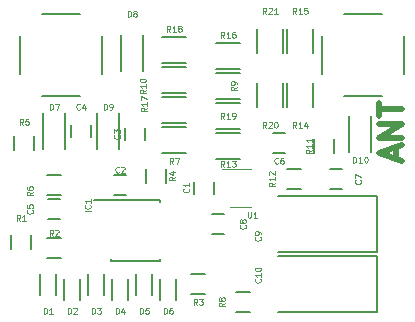
<source format=gto>
G04 #@! TF.GenerationSoftware,KiCad,Pcbnew,5.1.5+dfsg1-2*
G04 #@! TF.CreationDate,2020-03-14T19:30:30+01:00*
G04 #@! TF.ProjectId,BlinkySWR-0.2-S,426c696e-6b79-4535-9752-2d302e322d53,rev?*
G04 #@! TF.SameCoordinates,Original*
G04 #@! TF.FileFunction,Legend,Top*
G04 #@! TF.FilePolarity,Positive*
%FSLAX46Y46*%
G04 Gerber Fmt 4.6, Leading zero omitted, Abs format (unit mm)*
G04 Created by KiCad (PCBNEW 5.1.5+dfsg1-2) date 2020-03-14 19:30:30*
%MOMM*%
%LPD*%
G04 APERTURE LIST*
%ADD10C,0.500000*%
%ADD11C,0.150000*%
%ADD12C,0.120000*%
%ADD13C,0.100000*%
G04 APERTURE END LIST*
D10*
X39833333Y2214285D02*
X39833333Y3166666D01*
X40404761Y2023809D02*
X38404761Y2690476D01*
X40404761Y3357142D01*
X40404761Y4023809D02*
X38404761Y4023809D01*
X40404761Y5166666D01*
X38404761Y5166666D01*
X38404761Y5833333D02*
X38404761Y6976190D01*
X40404761Y6404761D02*
X38404761Y6404761D01*
D11*
X28135000Y11192000D02*
X28135000Y13192000D01*
X30285000Y13192000D02*
X30285000Y11192000D01*
X30285000Y8620000D02*
X30285000Y6620000D01*
X28135000Y6620000D02*
X28135000Y8620000D01*
X24654000Y6917000D02*
X26654000Y6917000D01*
X26654000Y4767000D02*
X24654000Y4767000D01*
X22082000Y10355000D02*
X20082000Y10355000D01*
X20082000Y12505000D02*
X22082000Y12505000D01*
X22082000Y5275000D02*
X20082000Y5275000D01*
X20082000Y7425000D02*
X22082000Y7425000D01*
X24654000Y11997000D02*
X26654000Y11997000D01*
X26654000Y9847000D02*
X24654000Y9847000D01*
X15705000Y-1299000D02*
X14305000Y-1299000D01*
X15705000Y-6399000D02*
X19855000Y-6399000D01*
X15705000Y-1249000D02*
X19855000Y-1249000D01*
X15705000Y-6399000D02*
X15705000Y-6254000D01*
X19855000Y-6399000D02*
X19855000Y-6254000D01*
X19855000Y-1249000D02*
X19855000Y-1394000D01*
X15705000Y-1249000D02*
X15705000Y-1299000D01*
X38278000Y-10782000D02*
X38278000Y-5982000D01*
X38278000Y-5982000D02*
X29878000Y-5982000D01*
X38278000Y-10782000D02*
X29878000Y-10782000D01*
X38278000Y-5702000D02*
X38278000Y-902000D01*
X38278000Y-902000D02*
X29878000Y-902000D01*
X38278000Y-5702000D02*
X29878000Y-5702000D01*
X35484000Y14500000D02*
X38684000Y14500000D01*
X40584000Y12600000D02*
X40584000Y9400000D01*
X38684000Y7500000D02*
X35484000Y7500000D01*
X33584000Y12600000D02*
X33584000Y9400000D01*
X13100000Y7500000D02*
X9900000Y7500000D01*
X8000000Y9400000D02*
X8000000Y12600000D01*
X9900000Y14500000D02*
X13100000Y14500000D01*
X15000000Y9400000D02*
X15000000Y12600000D01*
X25278000Y-2452000D02*
X24278000Y-2452000D01*
X24278000Y-4152000D02*
X25278000Y-4152000D01*
X32825000Y13192000D02*
X32825000Y11192000D01*
X30675000Y11192000D02*
X30675000Y13192000D01*
X30675000Y6620000D02*
X30675000Y8620000D01*
X32825000Y8620000D02*
X32825000Y6620000D01*
X26654000Y2227000D02*
X24654000Y2227000D01*
X24654000Y4377000D02*
X26654000Y4377000D01*
X22082000Y7815000D02*
X20082000Y7815000D01*
X20082000Y9965000D02*
X22082000Y9965000D01*
X24654000Y9457000D02*
X26654000Y9457000D01*
X26654000Y7307000D02*
X24654000Y7307000D01*
X20082000Y4885000D02*
X22082000Y4885000D01*
X22082000Y2735000D02*
X20082000Y2735000D01*
X19870000Y-9750000D02*
X19870000Y-7950000D01*
X21270000Y-9750000D02*
X21270000Y-7950000D01*
X19238000Y-7550000D02*
X19238000Y-9350000D01*
X17838000Y-7550000D02*
X17838000Y-9350000D01*
X15806000Y-9750000D02*
X15806000Y-7950000D01*
X17206000Y-9750000D02*
X17206000Y-7950000D01*
X15174000Y-7550000D02*
X15174000Y-9350000D01*
X13774000Y-7550000D02*
X13774000Y-9350000D01*
X11742000Y-9750000D02*
X11742000Y-7950000D01*
X13142000Y-9750000D02*
X13142000Y-7950000D01*
X11110000Y-7550000D02*
X11110000Y-9350000D01*
X9710000Y-7550000D02*
X9710000Y-9350000D01*
D12*
X27574000Y1370000D02*
X25124000Y1370000D01*
X25774000Y-1850000D02*
X27574000Y-1850000D01*
D11*
X31842000Y-367000D02*
X30642000Y-367000D01*
X30642000Y1383000D02*
X31842000Y1383000D01*
X34657000Y3902000D02*
X34657000Y2702000D01*
X32907000Y2702000D02*
X32907000Y3902000D01*
X26324000Y-9031000D02*
X27524000Y-9031000D01*
X27524000Y-10781000D02*
X26324000Y-10781000D01*
X10322000Y875000D02*
X11522000Y875000D01*
X11522000Y-875000D02*
X10322000Y-875000D01*
X9257000Y4156000D02*
X9257000Y2956000D01*
X7507000Y2956000D02*
X7507000Y4156000D01*
X18683000Y162000D02*
X18683000Y1362000D01*
X20433000Y1362000D02*
X20433000Y162000D01*
X23714000Y-9257000D02*
X22514000Y-9257000D01*
X22514000Y-7507000D02*
X23714000Y-7507000D01*
X11522000Y-6209000D02*
X10322000Y-6209000D01*
X10322000Y-4459000D02*
X11522000Y-4459000D01*
X9003000Y-4226000D02*
X9003000Y-5426000D01*
X7253000Y-5426000D02*
X7253000Y-4226000D01*
X35930000Y2826000D02*
X35930000Y5826000D01*
X37730000Y2826000D02*
X37730000Y5826000D01*
X16394000Y6064000D02*
X16394000Y3064000D01*
X14594000Y6064000D02*
X14594000Y3064000D01*
X16626000Y9684000D02*
X16626000Y12684000D01*
X18426000Y9684000D02*
X18426000Y12684000D01*
X10022000Y6064000D02*
X10022000Y3064000D01*
X11822000Y6064000D02*
X11822000Y3064000D01*
X35298000Y1358000D02*
X34298000Y1358000D01*
X34298000Y-342000D02*
X35298000Y-342000D01*
X30472000Y4406000D02*
X29472000Y4406000D01*
X29472000Y2706000D02*
X30472000Y2706000D01*
X11422000Y-1182000D02*
X10422000Y-1182000D01*
X10422000Y-2882000D02*
X11422000Y-2882000D01*
X14058000Y4072000D02*
X14058000Y5072000D01*
X12358000Y5072000D02*
X12358000Y4072000D01*
X18630000Y3818000D02*
X18630000Y4818000D01*
X16930000Y4818000D02*
X16930000Y3818000D01*
X16010000Y-850000D02*
X17010000Y-850000D01*
X17010000Y850000D02*
X16010000Y850000D01*
X22776000Y260000D02*
X22776000Y-740000D01*
X24476000Y-740000D02*
X24476000Y260000D01*
D13*
X28888571Y14505809D02*
X28721904Y14743904D01*
X28602857Y14505809D02*
X28602857Y15005809D01*
X28793333Y15005809D01*
X28840952Y14982000D01*
X28864761Y14958190D01*
X28888571Y14910571D01*
X28888571Y14839142D01*
X28864761Y14791523D01*
X28840952Y14767714D01*
X28793333Y14743904D01*
X28602857Y14743904D01*
X29079047Y14958190D02*
X29102857Y14982000D01*
X29150476Y15005809D01*
X29269523Y15005809D01*
X29317142Y14982000D01*
X29340952Y14958190D01*
X29364761Y14910571D01*
X29364761Y14862952D01*
X29340952Y14791523D01*
X29055238Y14505809D01*
X29364761Y14505809D01*
X29840952Y14505809D02*
X29555238Y14505809D01*
X29698095Y14505809D02*
X29698095Y15005809D01*
X29650476Y14934380D01*
X29602857Y14886761D01*
X29555238Y14862952D01*
X28888571Y4853809D02*
X28721904Y5091904D01*
X28602857Y4853809D02*
X28602857Y5353809D01*
X28793333Y5353809D01*
X28840952Y5330000D01*
X28864761Y5306190D01*
X28888571Y5258571D01*
X28888571Y5187142D01*
X28864761Y5139523D01*
X28840952Y5115714D01*
X28793333Y5091904D01*
X28602857Y5091904D01*
X29079047Y5306190D02*
X29102857Y5330000D01*
X29150476Y5353809D01*
X29269523Y5353809D01*
X29317142Y5330000D01*
X29340952Y5306190D01*
X29364761Y5258571D01*
X29364761Y5210952D01*
X29340952Y5139523D01*
X29055238Y4853809D01*
X29364761Y4853809D01*
X29674285Y5353809D02*
X29721904Y5353809D01*
X29769523Y5330000D01*
X29793333Y5306190D01*
X29817142Y5258571D01*
X29840952Y5163333D01*
X29840952Y5044285D01*
X29817142Y4949047D01*
X29793333Y4901428D01*
X29769523Y4877619D01*
X29721904Y4853809D01*
X29674285Y4853809D01*
X29626666Y4877619D01*
X29602857Y4901428D01*
X29579047Y4949047D01*
X29555238Y5044285D01*
X29555238Y5163333D01*
X29579047Y5258571D01*
X29602857Y5306190D01*
X29626666Y5330000D01*
X29674285Y5353809D01*
X25332571Y5615809D02*
X25165904Y5853904D01*
X25046857Y5615809D02*
X25046857Y6115809D01*
X25237333Y6115809D01*
X25284952Y6092000D01*
X25308761Y6068190D01*
X25332571Y6020571D01*
X25332571Y5949142D01*
X25308761Y5901523D01*
X25284952Y5877714D01*
X25237333Y5853904D01*
X25046857Y5853904D01*
X25808761Y5615809D02*
X25523047Y5615809D01*
X25665904Y5615809D02*
X25665904Y6115809D01*
X25618285Y6044380D01*
X25570666Y5996761D01*
X25523047Y5972952D01*
X26046857Y5615809D02*
X26142095Y5615809D01*
X26189714Y5639619D01*
X26213523Y5663428D01*
X26261142Y5734857D01*
X26284952Y5830095D01*
X26284952Y6020571D01*
X26261142Y6068190D01*
X26237333Y6092000D01*
X26189714Y6115809D01*
X26094476Y6115809D01*
X26046857Y6092000D01*
X26023047Y6068190D01*
X25999238Y6020571D01*
X25999238Y5901523D01*
X26023047Y5853904D01*
X26046857Y5830095D01*
X26094476Y5806285D01*
X26189714Y5806285D01*
X26237333Y5830095D01*
X26261142Y5853904D01*
X26284952Y5901523D01*
X20760571Y12981809D02*
X20593904Y13219904D01*
X20474857Y12981809D02*
X20474857Y13481809D01*
X20665333Y13481809D01*
X20712952Y13458000D01*
X20736761Y13434190D01*
X20760571Y13386571D01*
X20760571Y13315142D01*
X20736761Y13267523D01*
X20712952Y13243714D01*
X20665333Y13219904D01*
X20474857Y13219904D01*
X21236761Y12981809D02*
X20951047Y12981809D01*
X21093904Y12981809D02*
X21093904Y13481809D01*
X21046285Y13410380D01*
X20998666Y13362761D01*
X20951047Y13338952D01*
X21522476Y13267523D02*
X21474857Y13291333D01*
X21451047Y13315142D01*
X21427238Y13362761D01*
X21427238Y13386571D01*
X21451047Y13434190D01*
X21474857Y13458000D01*
X21522476Y13481809D01*
X21617714Y13481809D01*
X21665333Y13458000D01*
X21689142Y13434190D01*
X21712952Y13386571D01*
X21712952Y13362761D01*
X21689142Y13315142D01*
X21665333Y13291333D01*
X21617714Y13267523D01*
X21522476Y13267523D01*
X21474857Y13243714D01*
X21451047Y13219904D01*
X21427238Y13172285D01*
X21427238Y13077047D01*
X21451047Y13029428D01*
X21474857Y13005619D01*
X21522476Y12981809D01*
X21617714Y12981809D01*
X21665333Y13005619D01*
X21689142Y13029428D01*
X21712952Y13077047D01*
X21712952Y13172285D01*
X21689142Y13219904D01*
X21665333Y13243714D01*
X21617714Y13267523D01*
X18768190Y6536571D02*
X18530095Y6369904D01*
X18768190Y6250857D02*
X18268190Y6250857D01*
X18268190Y6441333D01*
X18292000Y6488952D01*
X18315809Y6512761D01*
X18363428Y6536571D01*
X18434857Y6536571D01*
X18482476Y6512761D01*
X18506285Y6488952D01*
X18530095Y6441333D01*
X18530095Y6250857D01*
X18768190Y7012761D02*
X18768190Y6727047D01*
X18768190Y6869904D02*
X18268190Y6869904D01*
X18339619Y6822285D01*
X18387238Y6774666D01*
X18411047Y6727047D01*
X18268190Y7179428D02*
X18268190Y7512761D01*
X18768190Y7298476D01*
X25332571Y12473809D02*
X25165904Y12711904D01*
X25046857Y12473809D02*
X25046857Y12973809D01*
X25237333Y12973809D01*
X25284952Y12950000D01*
X25308761Y12926190D01*
X25332571Y12878571D01*
X25332571Y12807142D01*
X25308761Y12759523D01*
X25284952Y12735714D01*
X25237333Y12711904D01*
X25046857Y12711904D01*
X25808761Y12473809D02*
X25523047Y12473809D01*
X25665904Y12473809D02*
X25665904Y12973809D01*
X25618285Y12902380D01*
X25570666Y12854761D01*
X25523047Y12830952D01*
X26237333Y12973809D02*
X26142095Y12973809D01*
X26094476Y12950000D01*
X26070666Y12926190D01*
X26023047Y12854761D01*
X25999238Y12759523D01*
X25999238Y12569047D01*
X26023047Y12521428D01*
X26046857Y12497619D01*
X26094476Y12473809D01*
X26189714Y12473809D01*
X26237333Y12497619D01*
X26261142Y12521428D01*
X26284952Y12569047D01*
X26284952Y12688095D01*
X26261142Y12735714D01*
X26237333Y12759523D01*
X26189714Y12783333D01*
X26094476Y12783333D01*
X26046857Y12759523D01*
X26023047Y12735714D01*
X25999238Y12688095D01*
X14018390Y-2215295D02*
X13518390Y-2215295D01*
X13970771Y-1691485D02*
X13994580Y-1715295D01*
X14018390Y-1786723D01*
X14018390Y-1834342D01*
X13994580Y-1905771D01*
X13946961Y-1953390D01*
X13899342Y-1977200D01*
X13804104Y-2001009D01*
X13732676Y-2001009D01*
X13637438Y-1977200D01*
X13589819Y-1953390D01*
X13542200Y-1905771D01*
X13518390Y-1834342D01*
X13518390Y-1786723D01*
X13542200Y-1715295D01*
X13566009Y-1691485D01*
X14018390Y-1215295D02*
X14018390Y-1501009D01*
X14018390Y-1358152D02*
X13518390Y-1358152D01*
X13589819Y-1405771D01*
X13637438Y-1453390D01*
X13661247Y-1501009D01*
X28372571Y-7941428D02*
X28396380Y-7965238D01*
X28420190Y-8036666D01*
X28420190Y-8084285D01*
X28396380Y-8155714D01*
X28348761Y-8203333D01*
X28301142Y-8227142D01*
X28205904Y-8250952D01*
X28134476Y-8250952D01*
X28039238Y-8227142D01*
X27991619Y-8203333D01*
X27944000Y-8155714D01*
X27920190Y-8084285D01*
X27920190Y-8036666D01*
X27944000Y-7965238D01*
X27967809Y-7941428D01*
X28420190Y-7465238D02*
X28420190Y-7750952D01*
X28420190Y-7608095D02*
X27920190Y-7608095D01*
X27991619Y-7655714D01*
X28039238Y-7703333D01*
X28063047Y-7750952D01*
X27920190Y-7155714D02*
X27920190Y-7108095D01*
X27944000Y-7060476D01*
X27967809Y-7036666D01*
X28015428Y-7012857D01*
X28110666Y-6989047D01*
X28229714Y-6989047D01*
X28324952Y-7012857D01*
X28372571Y-7036666D01*
X28396380Y-7060476D01*
X28420190Y-7108095D01*
X28420190Y-7155714D01*
X28396380Y-7203333D01*
X28372571Y-7227142D01*
X28324952Y-7250952D01*
X28229714Y-7274761D01*
X28110666Y-7274761D01*
X28015428Y-7250952D01*
X27967809Y-7227142D01*
X27944000Y-7203333D01*
X27920190Y-7155714D01*
X28372571Y-4401333D02*
X28396380Y-4425142D01*
X28420190Y-4496571D01*
X28420190Y-4544190D01*
X28396380Y-4615619D01*
X28348761Y-4663238D01*
X28301142Y-4687047D01*
X28205904Y-4710857D01*
X28134476Y-4710857D01*
X28039238Y-4687047D01*
X27991619Y-4663238D01*
X27944000Y-4615619D01*
X27920190Y-4544190D01*
X27920190Y-4496571D01*
X27944000Y-4425142D01*
X27967809Y-4401333D01*
X28420190Y-4163238D02*
X28420190Y-4068000D01*
X28396380Y-4020380D01*
X28372571Y-3996571D01*
X28301142Y-3948952D01*
X28205904Y-3925142D01*
X28015428Y-3925142D01*
X27967809Y-3948952D01*
X27944000Y-3972761D01*
X27920190Y-4020380D01*
X27920190Y-4115619D01*
X27944000Y-4163238D01*
X27967809Y-4187047D01*
X28015428Y-4210857D01*
X28134476Y-4210857D01*
X28182095Y-4187047D01*
X28205904Y-4163238D01*
X28229714Y-4115619D01*
X28229714Y-4020380D01*
X28205904Y-3972761D01*
X28182095Y-3948952D01*
X28134476Y-3925142D01*
X27102571Y-3385333D02*
X27126380Y-3409142D01*
X27150190Y-3480571D01*
X27150190Y-3528190D01*
X27126380Y-3599619D01*
X27078761Y-3647238D01*
X27031142Y-3671047D01*
X26935904Y-3694857D01*
X26864476Y-3694857D01*
X26769238Y-3671047D01*
X26721619Y-3647238D01*
X26674000Y-3599619D01*
X26650190Y-3528190D01*
X26650190Y-3480571D01*
X26674000Y-3409142D01*
X26697809Y-3385333D01*
X26864476Y-3099619D02*
X26840666Y-3147238D01*
X26816857Y-3171047D01*
X26769238Y-3194857D01*
X26745428Y-3194857D01*
X26697809Y-3171047D01*
X26674000Y-3147238D01*
X26650190Y-3099619D01*
X26650190Y-3004380D01*
X26674000Y-2956761D01*
X26697809Y-2932952D01*
X26745428Y-2909142D01*
X26769238Y-2909142D01*
X26816857Y-2932952D01*
X26840666Y-2956761D01*
X26864476Y-3004380D01*
X26864476Y-3099619D01*
X26888285Y-3147238D01*
X26912095Y-3171047D01*
X26959714Y-3194857D01*
X27054952Y-3194857D01*
X27102571Y-3171047D01*
X27126380Y-3147238D01*
X27150190Y-3099619D01*
X27150190Y-3004380D01*
X27126380Y-2956761D01*
X27102571Y-2932952D01*
X27054952Y-2909142D01*
X26959714Y-2909142D01*
X26912095Y-2932952D01*
X26888285Y-2956761D01*
X26864476Y-3004380D01*
X31428571Y14505809D02*
X31261904Y14743904D01*
X31142857Y14505809D02*
X31142857Y15005809D01*
X31333333Y15005809D01*
X31380952Y14982000D01*
X31404761Y14958190D01*
X31428571Y14910571D01*
X31428571Y14839142D01*
X31404761Y14791523D01*
X31380952Y14767714D01*
X31333333Y14743904D01*
X31142857Y14743904D01*
X31904761Y14505809D02*
X31619047Y14505809D01*
X31761904Y14505809D02*
X31761904Y15005809D01*
X31714285Y14934380D01*
X31666666Y14886761D01*
X31619047Y14862952D01*
X32357142Y15005809D02*
X32119047Y15005809D01*
X32095238Y14767714D01*
X32119047Y14791523D01*
X32166666Y14815333D01*
X32285714Y14815333D01*
X32333333Y14791523D01*
X32357142Y14767714D01*
X32380952Y14720095D01*
X32380952Y14601047D01*
X32357142Y14553428D01*
X32333333Y14529619D01*
X32285714Y14505809D01*
X32166666Y14505809D01*
X32119047Y14529619D01*
X32095238Y14553428D01*
X31428571Y4853809D02*
X31261904Y5091904D01*
X31142857Y4853809D02*
X31142857Y5353809D01*
X31333333Y5353809D01*
X31380952Y5330000D01*
X31404761Y5306190D01*
X31428571Y5258571D01*
X31428571Y5187142D01*
X31404761Y5139523D01*
X31380952Y5115714D01*
X31333333Y5091904D01*
X31142857Y5091904D01*
X31904761Y4853809D02*
X31619047Y4853809D01*
X31761904Y4853809D02*
X31761904Y5353809D01*
X31714285Y5282380D01*
X31666666Y5234761D01*
X31619047Y5210952D01*
X32333333Y5187142D02*
X32333333Y4853809D01*
X32214285Y5377619D02*
X32095238Y5020476D01*
X32404761Y5020476D01*
X25332571Y1551809D02*
X25165904Y1789904D01*
X25046857Y1551809D02*
X25046857Y2051809D01*
X25237333Y2051809D01*
X25284952Y2028000D01*
X25308761Y2004190D01*
X25332571Y1956571D01*
X25332571Y1885142D01*
X25308761Y1837523D01*
X25284952Y1813714D01*
X25237333Y1789904D01*
X25046857Y1789904D01*
X25808761Y1551809D02*
X25523047Y1551809D01*
X25665904Y1551809D02*
X25665904Y2051809D01*
X25618285Y1980380D01*
X25570666Y1932761D01*
X25523047Y1908952D01*
X25975428Y2051809D02*
X26284952Y2051809D01*
X26118285Y1861333D01*
X26189714Y1861333D01*
X26237333Y1837523D01*
X26261142Y1813714D01*
X26284952Y1766095D01*
X26284952Y1647047D01*
X26261142Y1599428D01*
X26237333Y1575619D01*
X26189714Y1551809D01*
X26046857Y1551809D01*
X25999238Y1575619D01*
X25975428Y1599428D01*
X18677990Y8060571D02*
X18439895Y7893904D01*
X18677990Y7774857D02*
X18177990Y7774857D01*
X18177990Y7965333D01*
X18201800Y8012952D01*
X18225609Y8036761D01*
X18273228Y8060571D01*
X18344657Y8060571D01*
X18392276Y8036761D01*
X18416085Y8012952D01*
X18439895Y7965333D01*
X18439895Y7774857D01*
X18677990Y8536761D02*
X18677990Y8251047D01*
X18677990Y8393904D02*
X18177990Y8393904D01*
X18249419Y8346285D01*
X18297038Y8298666D01*
X18320847Y8251047D01*
X18177990Y8846285D02*
X18177990Y8893904D01*
X18201800Y8941523D01*
X18225609Y8965333D01*
X18273228Y8989142D01*
X18368466Y9012952D01*
X18487514Y9012952D01*
X18582752Y8989142D01*
X18630371Y8965333D01*
X18654180Y8941523D01*
X18677990Y8893904D01*
X18677990Y8846285D01*
X18654180Y8798666D01*
X18630371Y8774857D01*
X18582752Y8751047D01*
X18487514Y8727238D01*
X18368466Y8727238D01*
X18273228Y8751047D01*
X18225609Y8774857D01*
X18201800Y8798666D01*
X18177990Y8846285D01*
X26388190Y8298666D02*
X26150095Y8132000D01*
X26388190Y8012952D02*
X25888190Y8012952D01*
X25888190Y8203428D01*
X25912000Y8251047D01*
X25935809Y8274857D01*
X25983428Y8298666D01*
X26054857Y8298666D01*
X26102476Y8274857D01*
X26126285Y8251047D01*
X26150095Y8203428D01*
X26150095Y8012952D01*
X26388190Y8536761D02*
X26388190Y8632000D01*
X26364380Y8679619D01*
X26340571Y8703428D01*
X26269142Y8751047D01*
X26173904Y8774857D01*
X25983428Y8774857D01*
X25935809Y8751047D01*
X25912000Y8727238D01*
X25888190Y8679619D01*
X25888190Y8584380D01*
X25912000Y8536761D01*
X25935809Y8512952D01*
X25983428Y8489142D01*
X26102476Y8489142D01*
X26150095Y8512952D01*
X26173904Y8536761D01*
X26197714Y8584380D01*
X26197714Y8679619D01*
X26173904Y8727238D01*
X26150095Y8751047D01*
X26102476Y8774857D01*
X20998666Y1805809D02*
X20832000Y2043904D01*
X20712952Y1805809D02*
X20712952Y2305809D01*
X20903428Y2305809D01*
X20951047Y2282000D01*
X20974857Y2258190D01*
X20998666Y2210571D01*
X20998666Y2139142D01*
X20974857Y2091523D01*
X20951047Y2067714D01*
X20903428Y2043904D01*
X20712952Y2043904D01*
X21165333Y2305809D02*
X21498666Y2305809D01*
X21284380Y1805809D01*
X20212952Y-10894190D02*
X20212952Y-10394190D01*
X20332000Y-10394190D01*
X20403428Y-10418000D01*
X20451047Y-10465619D01*
X20474857Y-10513238D01*
X20498666Y-10608476D01*
X20498666Y-10679904D01*
X20474857Y-10775142D01*
X20451047Y-10822761D01*
X20403428Y-10870380D01*
X20332000Y-10894190D01*
X20212952Y-10894190D01*
X20927238Y-10394190D02*
X20832000Y-10394190D01*
X20784380Y-10418000D01*
X20760571Y-10441809D01*
X20712952Y-10513238D01*
X20689142Y-10608476D01*
X20689142Y-10798952D01*
X20712952Y-10846571D01*
X20736761Y-10870380D01*
X20784380Y-10894190D01*
X20879619Y-10894190D01*
X20927238Y-10870380D01*
X20951047Y-10846571D01*
X20974857Y-10798952D01*
X20974857Y-10679904D01*
X20951047Y-10632285D01*
X20927238Y-10608476D01*
X20879619Y-10584666D01*
X20784380Y-10584666D01*
X20736761Y-10608476D01*
X20712952Y-10632285D01*
X20689142Y-10679904D01*
X18180952Y-10894190D02*
X18180952Y-10394190D01*
X18300000Y-10394190D01*
X18371428Y-10418000D01*
X18419047Y-10465619D01*
X18442857Y-10513238D01*
X18466666Y-10608476D01*
X18466666Y-10679904D01*
X18442857Y-10775142D01*
X18419047Y-10822761D01*
X18371428Y-10870380D01*
X18300000Y-10894190D01*
X18180952Y-10894190D01*
X18919047Y-10394190D02*
X18680952Y-10394190D01*
X18657142Y-10632285D01*
X18680952Y-10608476D01*
X18728571Y-10584666D01*
X18847619Y-10584666D01*
X18895238Y-10608476D01*
X18919047Y-10632285D01*
X18942857Y-10679904D01*
X18942857Y-10798952D01*
X18919047Y-10846571D01*
X18895238Y-10870380D01*
X18847619Y-10894190D01*
X18728571Y-10894190D01*
X18680952Y-10870380D01*
X18657142Y-10846571D01*
X16148952Y-10894190D02*
X16148952Y-10394190D01*
X16268000Y-10394190D01*
X16339428Y-10418000D01*
X16387047Y-10465619D01*
X16410857Y-10513238D01*
X16434666Y-10608476D01*
X16434666Y-10679904D01*
X16410857Y-10775142D01*
X16387047Y-10822761D01*
X16339428Y-10870380D01*
X16268000Y-10894190D01*
X16148952Y-10894190D01*
X16863238Y-10560857D02*
X16863238Y-10894190D01*
X16744190Y-10370380D02*
X16625142Y-10727523D01*
X16934666Y-10727523D01*
X14116952Y-10894190D02*
X14116952Y-10394190D01*
X14236000Y-10394190D01*
X14307428Y-10418000D01*
X14355047Y-10465619D01*
X14378857Y-10513238D01*
X14402666Y-10608476D01*
X14402666Y-10679904D01*
X14378857Y-10775142D01*
X14355047Y-10822761D01*
X14307428Y-10870380D01*
X14236000Y-10894190D01*
X14116952Y-10894190D01*
X14569333Y-10394190D02*
X14878857Y-10394190D01*
X14712190Y-10584666D01*
X14783619Y-10584666D01*
X14831238Y-10608476D01*
X14855047Y-10632285D01*
X14878857Y-10679904D01*
X14878857Y-10798952D01*
X14855047Y-10846571D01*
X14831238Y-10870380D01*
X14783619Y-10894190D01*
X14640761Y-10894190D01*
X14593142Y-10870380D01*
X14569333Y-10846571D01*
X12084952Y-10894190D02*
X12084952Y-10394190D01*
X12204000Y-10394190D01*
X12275428Y-10418000D01*
X12323047Y-10465619D01*
X12346857Y-10513238D01*
X12370666Y-10608476D01*
X12370666Y-10679904D01*
X12346857Y-10775142D01*
X12323047Y-10822761D01*
X12275428Y-10870380D01*
X12204000Y-10894190D01*
X12084952Y-10894190D01*
X12561142Y-10441809D02*
X12584952Y-10418000D01*
X12632571Y-10394190D01*
X12751619Y-10394190D01*
X12799238Y-10418000D01*
X12823047Y-10441809D01*
X12846857Y-10489428D01*
X12846857Y-10537047D01*
X12823047Y-10608476D01*
X12537333Y-10894190D01*
X12846857Y-10894190D01*
X10052952Y-10894190D02*
X10052952Y-10394190D01*
X10172000Y-10394190D01*
X10243428Y-10418000D01*
X10291047Y-10465619D01*
X10314857Y-10513238D01*
X10338666Y-10608476D01*
X10338666Y-10679904D01*
X10314857Y-10775142D01*
X10291047Y-10822761D01*
X10243428Y-10870380D01*
X10172000Y-10894190D01*
X10052952Y-10894190D01*
X10814857Y-10894190D02*
X10529142Y-10894190D01*
X10672000Y-10894190D02*
X10672000Y-10394190D01*
X10624380Y-10465619D01*
X10576761Y-10513238D01*
X10529142Y-10537047D01*
X27305047Y-2266190D02*
X27305047Y-2670952D01*
X27328857Y-2718571D01*
X27352666Y-2742380D01*
X27400285Y-2766190D01*
X27495523Y-2766190D01*
X27543142Y-2742380D01*
X27566952Y-2718571D01*
X27590761Y-2670952D01*
X27590761Y-2266190D01*
X28090761Y-2766190D02*
X27805047Y-2766190D01*
X27947904Y-2766190D02*
X27947904Y-2266190D01*
X27900285Y-2337619D01*
X27852666Y-2385238D01*
X27805047Y-2409047D01*
X29594190Y198571D02*
X29356095Y31904D01*
X29594190Y-87142D02*
X29094190Y-87142D01*
X29094190Y103333D01*
X29118000Y150952D01*
X29141809Y174761D01*
X29189428Y198571D01*
X29260857Y198571D01*
X29308476Y174761D01*
X29332285Y150952D01*
X29356095Y103333D01*
X29356095Y-87142D01*
X29594190Y674761D02*
X29594190Y389047D01*
X29594190Y531904D02*
X29094190Y531904D01*
X29165619Y484285D01*
X29213238Y436666D01*
X29237047Y389047D01*
X29141809Y865238D02*
X29118000Y889047D01*
X29094190Y936666D01*
X29094190Y1055714D01*
X29118000Y1103333D01*
X29141809Y1127142D01*
X29189428Y1150952D01*
X29237047Y1150952D01*
X29308476Y1127142D01*
X29594190Y841428D01*
X29594190Y1150952D01*
X32738190Y2980571D02*
X32500095Y2813904D01*
X32738190Y2694857D02*
X32238190Y2694857D01*
X32238190Y2885333D01*
X32262000Y2932952D01*
X32285809Y2956761D01*
X32333428Y2980571D01*
X32404857Y2980571D01*
X32452476Y2956761D01*
X32476285Y2932952D01*
X32500095Y2885333D01*
X32500095Y2694857D01*
X32738190Y3456761D02*
X32738190Y3171047D01*
X32738190Y3313904D02*
X32238190Y3313904D01*
X32309619Y3266285D01*
X32357238Y3218666D01*
X32381047Y3171047D01*
X32738190Y3932952D02*
X32738190Y3647238D01*
X32738190Y3790095D02*
X32238190Y3790095D01*
X32309619Y3742476D01*
X32357238Y3694857D01*
X32381047Y3647238D01*
X25372190Y-9989333D02*
X25134095Y-10156000D01*
X25372190Y-10275047D02*
X24872190Y-10275047D01*
X24872190Y-10084571D01*
X24896000Y-10036952D01*
X24919809Y-10013142D01*
X24967428Y-9989333D01*
X25038857Y-9989333D01*
X25086476Y-10013142D01*
X25110285Y-10036952D01*
X25134095Y-10084571D01*
X25134095Y-10275047D01*
X25086476Y-9703619D02*
X25062666Y-9751238D01*
X25038857Y-9775047D01*
X24991238Y-9798857D01*
X24967428Y-9798857D01*
X24919809Y-9775047D01*
X24896000Y-9751238D01*
X24872190Y-9703619D01*
X24872190Y-9608380D01*
X24896000Y-9560761D01*
X24919809Y-9536952D01*
X24967428Y-9513142D01*
X24991238Y-9513142D01*
X25038857Y-9536952D01*
X25062666Y-9560761D01*
X25086476Y-9608380D01*
X25086476Y-9703619D01*
X25110285Y-9751238D01*
X25134095Y-9775047D01*
X25181714Y-9798857D01*
X25276952Y-9798857D01*
X25324571Y-9775047D01*
X25348380Y-9751238D01*
X25372190Y-9703619D01*
X25372190Y-9608380D01*
X25348380Y-9560761D01*
X25324571Y-9536952D01*
X25276952Y-9513142D01*
X25181714Y-9513142D01*
X25134095Y-9536952D01*
X25110285Y-9560761D01*
X25086476Y-9608380D01*
X9116190Y-591333D02*
X8878095Y-758000D01*
X9116190Y-877047D02*
X8616190Y-877047D01*
X8616190Y-686571D01*
X8640000Y-638952D01*
X8663809Y-615142D01*
X8711428Y-591333D01*
X8782857Y-591333D01*
X8830476Y-615142D01*
X8854285Y-638952D01*
X8878095Y-686571D01*
X8878095Y-877047D01*
X8616190Y-162761D02*
X8616190Y-257999D01*
X8640000Y-305619D01*
X8663809Y-329428D01*
X8735238Y-377047D01*
X8830476Y-400857D01*
X9020952Y-400857D01*
X9068571Y-377047D01*
X9092380Y-353238D01*
X9116190Y-305619D01*
X9116190Y-210380D01*
X9092380Y-162761D01*
X9068571Y-138952D01*
X9020952Y-115142D01*
X8901904Y-115142D01*
X8854285Y-138952D01*
X8830476Y-162761D01*
X8806666Y-210380D01*
X8806666Y-305619D01*
X8830476Y-353238D01*
X8854285Y-377047D01*
X8901904Y-400857D01*
X8298666Y5107809D02*
X8132000Y5345904D01*
X8012952Y5107809D02*
X8012952Y5607809D01*
X8203428Y5607809D01*
X8251047Y5584000D01*
X8274857Y5560190D01*
X8298666Y5512571D01*
X8298666Y5441142D01*
X8274857Y5393523D01*
X8251047Y5369714D01*
X8203428Y5345904D01*
X8012952Y5345904D01*
X8751047Y5607809D02*
X8512952Y5607809D01*
X8489142Y5369714D01*
X8512952Y5393523D01*
X8560571Y5417333D01*
X8679619Y5417333D01*
X8727238Y5393523D01*
X8751047Y5369714D01*
X8774857Y5322095D01*
X8774857Y5203047D01*
X8751047Y5155428D01*
X8727238Y5131619D01*
X8679619Y5107809D01*
X8560571Y5107809D01*
X8512952Y5131619D01*
X8489142Y5155428D01*
X21150190Y678666D02*
X20912095Y512000D01*
X21150190Y392952D02*
X20650190Y392952D01*
X20650190Y583428D01*
X20674000Y631047D01*
X20697809Y654857D01*
X20745428Y678666D01*
X20816857Y678666D01*
X20864476Y654857D01*
X20888285Y631047D01*
X20912095Y583428D01*
X20912095Y392952D01*
X20816857Y1107238D02*
X21150190Y1107238D01*
X20626380Y988190D02*
X20983523Y869142D01*
X20983523Y1178666D01*
X23030666Y-10132190D02*
X22864000Y-9894095D01*
X22744952Y-10132190D02*
X22744952Y-9632190D01*
X22935428Y-9632190D01*
X22983047Y-9656000D01*
X23006857Y-9679809D01*
X23030666Y-9727428D01*
X23030666Y-9798857D01*
X23006857Y-9846476D01*
X22983047Y-9870285D01*
X22935428Y-9894095D01*
X22744952Y-9894095D01*
X23197333Y-9632190D02*
X23506857Y-9632190D01*
X23340190Y-9822666D01*
X23411619Y-9822666D01*
X23459238Y-9846476D01*
X23483047Y-9870285D01*
X23506857Y-9917904D01*
X23506857Y-10036952D01*
X23483047Y-10084571D01*
X23459238Y-10108380D01*
X23411619Y-10132190D01*
X23268761Y-10132190D01*
X23221142Y-10108380D01*
X23197333Y-10084571D01*
X10838666Y-4290190D02*
X10672000Y-4052095D01*
X10552952Y-4290190D02*
X10552952Y-3790190D01*
X10743428Y-3790190D01*
X10791047Y-3814000D01*
X10814857Y-3837809D01*
X10838666Y-3885428D01*
X10838666Y-3956857D01*
X10814857Y-4004476D01*
X10791047Y-4028285D01*
X10743428Y-4052095D01*
X10552952Y-4052095D01*
X11029142Y-3837809D02*
X11052952Y-3814000D01*
X11100571Y-3790190D01*
X11219619Y-3790190D01*
X11267238Y-3814000D01*
X11291047Y-3837809D01*
X11314857Y-3885428D01*
X11314857Y-3933047D01*
X11291047Y-4004476D01*
X11005333Y-4290190D01*
X11314857Y-4290190D01*
X8044666Y-3020190D02*
X7878000Y-2782095D01*
X7758952Y-3020190D02*
X7758952Y-2520190D01*
X7949428Y-2520190D01*
X7997047Y-2544000D01*
X8020857Y-2567809D01*
X8044666Y-2615428D01*
X8044666Y-2686857D01*
X8020857Y-2734476D01*
X7997047Y-2758285D01*
X7949428Y-2782095D01*
X7758952Y-2782095D01*
X8520857Y-3020190D02*
X8235142Y-3020190D01*
X8378000Y-3020190D02*
X8378000Y-2520190D01*
X8330380Y-2591619D01*
X8282761Y-2639238D01*
X8235142Y-2663047D01*
X36234857Y1901809D02*
X36234857Y2401809D01*
X36353904Y2401809D01*
X36425333Y2378000D01*
X36472952Y2330380D01*
X36496761Y2282761D01*
X36520571Y2187523D01*
X36520571Y2116095D01*
X36496761Y2020857D01*
X36472952Y1973238D01*
X36425333Y1925619D01*
X36353904Y1901809D01*
X36234857Y1901809D01*
X36996761Y1901809D02*
X36711047Y1901809D01*
X36853904Y1901809D02*
X36853904Y2401809D01*
X36806285Y2330380D01*
X36758666Y2282761D01*
X36711047Y2258952D01*
X37306285Y2401809D02*
X37353904Y2401809D01*
X37401523Y2378000D01*
X37425333Y2354190D01*
X37449142Y2306571D01*
X37472952Y2211333D01*
X37472952Y2092285D01*
X37449142Y1997047D01*
X37425333Y1949428D01*
X37401523Y1925619D01*
X37353904Y1901809D01*
X37306285Y1901809D01*
X37258666Y1925619D01*
X37234857Y1949428D01*
X37211047Y1997047D01*
X37187238Y2092285D01*
X37187238Y2211333D01*
X37211047Y2306571D01*
X37234857Y2354190D01*
X37258666Y2378000D01*
X37306285Y2401809D01*
X15124952Y6377809D02*
X15124952Y6877809D01*
X15244000Y6877809D01*
X15315428Y6854000D01*
X15363047Y6806380D01*
X15386857Y6758761D01*
X15410666Y6663523D01*
X15410666Y6592095D01*
X15386857Y6496857D01*
X15363047Y6449238D01*
X15315428Y6401619D01*
X15244000Y6377809D01*
X15124952Y6377809D01*
X15648761Y6377809D02*
X15744000Y6377809D01*
X15791619Y6401619D01*
X15815428Y6425428D01*
X15863047Y6496857D01*
X15886857Y6592095D01*
X15886857Y6782571D01*
X15863047Y6830190D01*
X15839238Y6854000D01*
X15791619Y6877809D01*
X15696380Y6877809D01*
X15648761Y6854000D01*
X15624952Y6830190D01*
X15601142Y6782571D01*
X15601142Y6663523D01*
X15624952Y6615904D01*
X15648761Y6592095D01*
X15696380Y6568285D01*
X15791619Y6568285D01*
X15839238Y6592095D01*
X15863047Y6615904D01*
X15886857Y6663523D01*
X17156952Y14251809D02*
X17156952Y14751809D01*
X17276000Y14751809D01*
X17347428Y14728000D01*
X17395047Y14680380D01*
X17418857Y14632761D01*
X17442666Y14537523D01*
X17442666Y14466095D01*
X17418857Y14370857D01*
X17395047Y14323238D01*
X17347428Y14275619D01*
X17276000Y14251809D01*
X17156952Y14251809D01*
X17728380Y14537523D02*
X17680761Y14561333D01*
X17656952Y14585142D01*
X17633142Y14632761D01*
X17633142Y14656571D01*
X17656952Y14704190D01*
X17680761Y14728000D01*
X17728380Y14751809D01*
X17823619Y14751809D01*
X17871238Y14728000D01*
X17895047Y14704190D01*
X17918857Y14656571D01*
X17918857Y14632761D01*
X17895047Y14585142D01*
X17871238Y14561333D01*
X17823619Y14537523D01*
X17728380Y14537523D01*
X17680761Y14513714D01*
X17656952Y14489904D01*
X17633142Y14442285D01*
X17633142Y14347047D01*
X17656952Y14299428D01*
X17680761Y14275619D01*
X17728380Y14251809D01*
X17823619Y14251809D01*
X17871238Y14275619D01*
X17895047Y14299428D01*
X17918857Y14347047D01*
X17918857Y14442285D01*
X17895047Y14489904D01*
X17871238Y14513714D01*
X17823619Y14537523D01*
X10552952Y6377809D02*
X10552952Y6877809D01*
X10672000Y6877809D01*
X10743428Y6854000D01*
X10791047Y6806380D01*
X10814857Y6758761D01*
X10838666Y6663523D01*
X10838666Y6592095D01*
X10814857Y6496857D01*
X10791047Y6449238D01*
X10743428Y6401619D01*
X10672000Y6377809D01*
X10552952Y6377809D01*
X11005333Y6877809D02*
X11338666Y6877809D01*
X11124380Y6377809D01*
X36850571Y412666D02*
X36874380Y388857D01*
X36898190Y317428D01*
X36898190Y269809D01*
X36874380Y198380D01*
X36826761Y150761D01*
X36779142Y126952D01*
X36683904Y103142D01*
X36612476Y103142D01*
X36517238Y126952D01*
X36469619Y150761D01*
X36422000Y198380D01*
X36398190Y269809D01*
X36398190Y317428D01*
X36422000Y388857D01*
X36445809Y412666D01*
X36398190Y579333D02*
X36398190Y912666D01*
X36898190Y698380D01*
X29888666Y1853428D02*
X29864857Y1829619D01*
X29793428Y1805809D01*
X29745809Y1805809D01*
X29674380Y1829619D01*
X29626761Y1877238D01*
X29602952Y1924857D01*
X29579142Y2020095D01*
X29579142Y2091523D01*
X29602952Y2186761D01*
X29626761Y2234380D01*
X29674380Y2282000D01*
X29745809Y2305809D01*
X29793428Y2305809D01*
X29864857Y2282000D01*
X29888666Y2258190D01*
X30317238Y2305809D02*
X30222000Y2305809D01*
X30174380Y2282000D01*
X30150571Y2258190D01*
X30102952Y2186761D01*
X30079142Y2091523D01*
X30079142Y1901047D01*
X30102952Y1853428D01*
X30126761Y1829619D01*
X30174380Y1805809D01*
X30269619Y1805809D01*
X30317238Y1829619D01*
X30341047Y1853428D01*
X30364857Y1901047D01*
X30364857Y2020095D01*
X30341047Y2067714D01*
X30317238Y2091523D01*
X30269619Y2115333D01*
X30174380Y2115333D01*
X30126761Y2091523D01*
X30102952Y2067714D01*
X30079142Y2020095D01*
X9068571Y-2115333D02*
X9092380Y-2139142D01*
X9116190Y-2210571D01*
X9116190Y-2258190D01*
X9092380Y-2329619D01*
X9044761Y-2377238D01*
X8997142Y-2401047D01*
X8901904Y-2424857D01*
X8830476Y-2424857D01*
X8735238Y-2401047D01*
X8687619Y-2377238D01*
X8640000Y-2329619D01*
X8616190Y-2258190D01*
X8616190Y-2210571D01*
X8640000Y-2139142D01*
X8663809Y-2115333D01*
X8616190Y-1662952D02*
X8616190Y-1901047D01*
X8854285Y-1924857D01*
X8830476Y-1901047D01*
X8806666Y-1853428D01*
X8806666Y-1734380D01*
X8830476Y-1686761D01*
X8854285Y-1662952D01*
X8901904Y-1639142D01*
X9020952Y-1639142D01*
X9068571Y-1662952D01*
X9092380Y-1686761D01*
X9116190Y-1734380D01*
X9116190Y-1853428D01*
X9092380Y-1901047D01*
X9068571Y-1924857D01*
X13112666Y6425428D02*
X13088857Y6401619D01*
X13017428Y6377809D01*
X12969809Y6377809D01*
X12898380Y6401619D01*
X12850761Y6449238D01*
X12826952Y6496857D01*
X12803142Y6592095D01*
X12803142Y6663523D01*
X12826952Y6758761D01*
X12850761Y6806380D01*
X12898380Y6854000D01*
X12969809Y6877809D01*
X13017428Y6877809D01*
X13088857Y6854000D01*
X13112666Y6830190D01*
X13541238Y6711142D02*
X13541238Y6377809D01*
X13422190Y6901619D02*
X13303142Y6544476D01*
X13612666Y6544476D01*
X16434571Y4234666D02*
X16458380Y4210857D01*
X16482190Y4139428D01*
X16482190Y4091809D01*
X16458380Y4020380D01*
X16410761Y3972761D01*
X16363142Y3948952D01*
X16267904Y3925142D01*
X16196476Y3925142D01*
X16101238Y3948952D01*
X16053619Y3972761D01*
X16006000Y4020380D01*
X15982190Y4091809D01*
X15982190Y4139428D01*
X16006000Y4210857D01*
X16029809Y4234666D01*
X15982190Y4401333D02*
X15982190Y4710857D01*
X16172666Y4544190D01*
X16172666Y4615619D01*
X16196476Y4663238D01*
X16220285Y4687047D01*
X16267904Y4710857D01*
X16386952Y4710857D01*
X16434571Y4687047D01*
X16458380Y4663238D01*
X16482190Y4615619D01*
X16482190Y4472761D01*
X16458380Y4425142D01*
X16434571Y4401333D01*
X16426666Y1091428D02*
X16402857Y1067619D01*
X16331428Y1043809D01*
X16283809Y1043809D01*
X16212380Y1067619D01*
X16164761Y1115238D01*
X16140952Y1162857D01*
X16117142Y1258095D01*
X16117142Y1329523D01*
X16140952Y1424761D01*
X16164761Y1472380D01*
X16212380Y1520000D01*
X16283809Y1543809D01*
X16331428Y1543809D01*
X16402857Y1520000D01*
X16426666Y1496190D01*
X16617142Y1496190D02*
X16640952Y1520000D01*
X16688571Y1543809D01*
X16807619Y1543809D01*
X16855238Y1520000D01*
X16879047Y1496190D01*
X16902857Y1448571D01*
X16902857Y1400952D01*
X16879047Y1329523D01*
X16593333Y1043809D01*
X16902857Y1043809D01*
X22301971Y-311933D02*
X22325780Y-335742D01*
X22349590Y-407171D01*
X22349590Y-454790D01*
X22325780Y-526219D01*
X22278161Y-573838D01*
X22230542Y-597647D01*
X22135304Y-621457D01*
X22063876Y-621457D01*
X21968638Y-597647D01*
X21921019Y-573838D01*
X21873400Y-526219D01*
X21849590Y-454790D01*
X21849590Y-407171D01*
X21873400Y-335742D01*
X21897209Y-311933D01*
X22349590Y164257D02*
X22349590Y-121457D01*
X22349590Y21400D02*
X21849590Y21400D01*
X21921019Y-26219D01*
X21968638Y-73838D01*
X21992447Y-121457D01*
M02*

</source>
